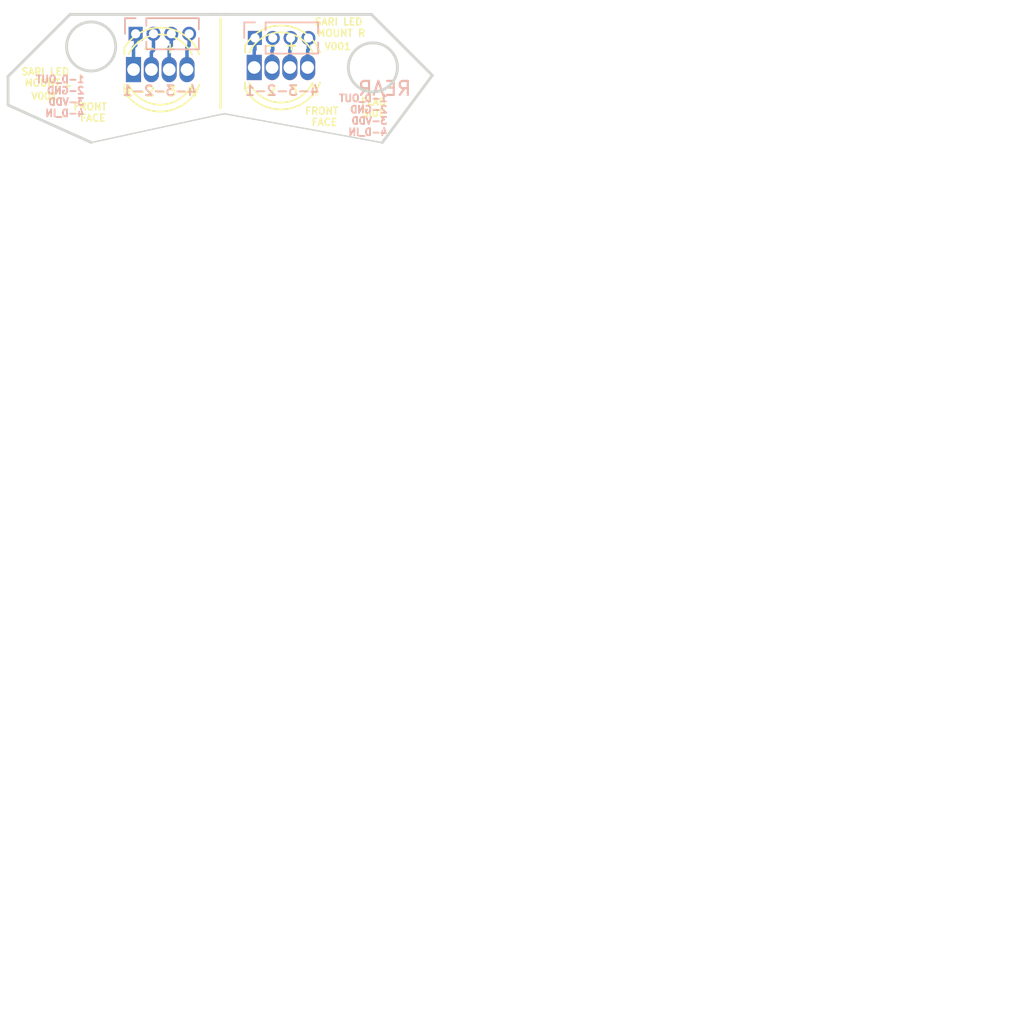
<source format=kicad_pcb>
(kicad_pcb (version 20211014) (generator pcbnew)
  (layers (0 "F.Cu" signal) (31 "B.Cu" signal) (34 "B.Paste" user) (35 "F.Paste" user) (36 "B.SilkS" user "B.Silkscreen") (37 "F.SilkS" user "F.Silkscreen") (38 "B.Mask" user) (39 "F.Mask" user) (44 "Edge.Cuts" user))
  (net 0 "")
  (net 1 "/GND_L")
  (net 2 "/VDD_L")
  (net 3 "/DATA_IN-L")
  (net 4 "/DATA_OUT-R")
  (net 5 "/GND_R")
  (net 6 "/VDD_R")
  (net 7 "/DATA_OUT-L")
  (net 8 "/DATA_IN-R")
  (footprint "LED_THT:LED_D5.0mm-4_RGB" (layer "F.Cu") (at 105.1 59.5)
    (fp_text reference "D1")
    (fp_text value "NeoPixel_THT")
    (fp_line (start -0.655 -1.545) (end -0.655 -1.08) (layer "F.SilkS") (width 0.12))
    (fp_line (start -0.655 1.08) (end -0.655 1.545) (layer "F.SilkS") (width 0.12))
    (fp_arc (start 4.159479 1.080429) (mid 1.904762 2.5) (end -0.349684 1.08) (layer "F.SilkS") (width 0.12))
    (fp_arc (start 4.692815 1.080827) (mid 2.163456 2.978808) (end -0.655 1.54483) (layer "F.SilkS") (width 0.12))
    (fp_arc (start -0.655 -1.54483) (mid 2.163456 -2.978809) (end 4.692815 -1.080827) (layer "F.SilkS") (width 0.12))
    (fp_arc (start -0.349684 -1.08) (mid 1.904762 -2.5) (end 4.159479 -1.080429) (layer "F.SilkS") (width 0.12))
    (pad "1" thru_hole rect (at 0 0) (size 1.07 1.8) (drill 0.9) (layers *.Cu *.Mask) (net 7 "/DATA_OUT-L"))
    (pad "2" thru_hole oval (at 1.27 0) (size 1.07 1.8) (drill 0.9) (layers *.Cu *.Mask) (net 1 "/GND_L"))
    (pad "3" thru_hole oval (at 2.54 0) (size 1.07 1.8) (drill 0.9) (layers *.Cu *.Mask) (net 2 "/VDD_L"))
    (pad "4" thru_hole oval (at 3.81 0) (size 1.07 1.8) (drill 0.9) (layers *.Cu *.Mask) (net 3 "/DATA_IN-L"))
  )
  (footprint "LED_THT:LED_D5.0mm-4_RGB" (layer "F.Cu") (at 113.7 59.35)
    (fp_text reference "D2")
    (fp_text value "NeoPixel_THT")
    (fp_line (start -0.655 -1.545) (end -0.655 -1.08) (layer "F.SilkS") (width 0.12))
    (fp_line (start -0.655 1.08) (end -0.655 1.545) (layer "F.SilkS") (width 0.12))
    (fp_arc (start -0.349684 -1.08) (mid 1.904762 -2.5) (end 4.159479 -1.080429) (layer "F.SilkS") (width 0.12))
    (fp_arc (start 4.159479 1.080429) (mid 1.904762 2.5) (end -0.349684 1.08) (layer "F.SilkS") (width 0.12))
    (fp_arc (start -0.655 -1.54483) (mid 2.163456 -2.978809) (end 4.692815 -1.080827) (layer "F.SilkS") (width 0.12))
    (fp_arc (start 4.692815 1.080827) (mid 2.163456 2.978808) (end -0.655 1.54483) (layer "F.SilkS") (width 0.12))
    (pad "1" thru_hole rect (at 0 0) (size 1.07 1.8) (drill 0.9) (layers *.Cu *.Mask) (net 4 "/DATA_OUT-R"))
    (pad "2" thru_hole oval (at 1.27 0) (size 1.07 1.8) (drill 0.9) (layers *.Cu *.Mask) (net 5 "/GND_R"))
    (pad "3" thru_hole oval (at 2.54 0) (size 1.07 1.8) (drill 0.9) (layers *.Cu *.Mask) (net 6 "/VDD_R"))
    (pad "4" thru_hole oval (at 3.81 0) (size 1.07 1.8) (drill 0.9) (layers *.Cu *.Mask) (net 8 "/DATA_IN-R"))
  )
  (footprint "Connector_PinHeader_1.27mm:PinHeader_1x04_P1.27mm_Vertical" (layer "B.Cu") (at 105.25 56.95 -90)
    (fp_text reference "J1")
    (fp_text value "BL OUT")
    (fp_line (start 1.11 -0.76) (end 1.11 -4.505) (layer "B.SilkS") (width 0.12))
    (fp_line (start -1.11 -0.76) (end -0.563471 -0.76) (layer "B.SilkS") (width 0.12))
    (fp_line (start -1.11 -0.76) (end -1.11 -4.505) (layer "B.SilkS") (width 0.12))
    (fp_line (start -1.11 -4.505) (end -0.30753 -4.505) (layer "B.SilkS") (width 0.12))
    (fp_line (start -1.11 0.76) (end 0 0.76) (layer "B.SilkS") (width 0.12))
    (fp_line (start 0.30753 -4.505) (end 1.11 -4.505) (layer "B.SilkS") (width 0.12))
    (fp_line (start -1.11 0) (end -1.11 0.76) (layer "B.SilkS") (width 0.12))
    (fp_line (start 0.563471 -0.76) (end 1.11 -0.76) (layer "B.SilkS") (width 0.12))
    (pad "1" thru_hole rect (at 0 0 270) (size 1 1) (drill 0.65) (layers *.Cu *.Mask) (net 7 "/DATA_OUT-L"))
    (pad "2" thru_hole oval (at 0 -1.27 270) (size 1 1) (drill 0.65) (layers *.Cu *.Mask) (net 1 "/GND_L"))
    (pad "3" thru_hole oval (at 0 -2.54 270) (size 1 1) (drill 0.65) (layers *.Cu *.Mask) (net 2 "/VDD_L"))
    (pad "4" thru_hole oval (at 0 -3.81 270) (size 1 1) (drill 0.65) (layers *.Cu *.Mask) (net 3 "/DATA_IN-L"))
  )
  (footprint "Connector_PinHeader_1.27mm:PinHeader_1x04_P1.27mm_Vertical" (layer "B.Cu") (at 113.75 57.25 -90)
    (fp_text reference "J2" hide)
    (fp_text value "BL OUT")
    (fp_line (start -1.11 0.76) (end 0 0.76) (layer "B.SilkS") (width 0.12))
    (fp_line (start -1.11 -4.505) (end -0.30753 -4.505) (layer "B.SilkS") (width 0.12))
    (fp_line (start 0.563471 -0.76) (end 1.11 -0.76) (layer "B.SilkS") (width 0.12))
    (fp_line (start 1.11 -0.76) (end 1.11 -4.505) (layer "B.SilkS") (width 0.12))
    (fp_line (start -1.11 -0.76) (end -0.563471 -0.76) (layer "B.SilkS") (width 0.12))
    (fp_line (start -1.11 0) (end -1.11 0.76) (layer "B.SilkS") (width 0.12))
    (fp_line (start 0.30753 -4.505) (end 1.11 -4.505) (layer "B.SilkS") (width 0.12))
    (fp_line (start -1.11 -0.76) (end -1.11 -4.505) (layer "B.SilkS") (width 0.12))
    (pad "1" thru_hole rect (at 0 0 270) (size 1 1) (drill 0.65) (layers *.Cu *.Mask) (net 4 "/DATA_OUT-R"))
    (pad "2" thru_hole oval (at 0 -1.27 270) (size 1 1) (drill 0.65) (layers *.Cu *.Mask) (net 5 "/GND_R"))
    (pad "3" thru_hole oval (at 0 -2.54 270) (size 1 1) (drill 0.65) (layers *.Cu *.Mask) (net 6 "/VDD_R"))
    (pad "4" thru_hole oval (at 0 -3.81 270) (size 1 1) (drill 0.65) (layers *.Cu *.Mask) (net 8 "/DATA_IN-R"))
  )
  (gr_line (start 111.3 62.23) (end 111.3 55.88) (layer "F.SilkS") (width 0.15))
  (gr_line (start 111.847483 55.568688) (end 111.597483 55.568688) (layer "Edge.Cuts") (width 0.2))
  (gr_line (start 102.1 64.7) (end 111.05 62.75) (layer "Edge.Cuts") (width 0.1))
  (gr_line (start 110.782004 55.568688) (end 111.032004 55.568688) (layer "Edge.Cuts") (width 0.2))
  (gr_line (start 111.597483 55.568688) (end 111.032004 55.568688) (layer "Edge.Cuts") (width 0.2))
  (gr_line (start 111.05 62.75) (end 111.6 62.65) (layer "Edge.Cuts") (width 0.1))
  (gr_line (start 122.821478 64.710019) (end 111.6 62.65) (layer "Edge.Cuts") (width 0.1))
  (gr_line (start 96.156244 59.987321) (end 96.156244 62.02457) (layer "Edge.Cuts") (width 0.2))
  (gr_line (start 100.574877 55.568688) (end 96.156244 59.987321) (layer "Edge.Cuts") (width 0.2))
  (gr_line (start 110.782004 55.568688) (end 100.574877 55.568688) (layer "Edge.Cuts") (width 0.2))
  (gr_line (start 126.393756 59.907834) (end 122.05461 55.568688) (layer "Edge.Cuts") (width 0.2))
  (gr_circle (center 102.076781 57.853533) (end 103.826781 57.853533) (layer "Edge.Cuts") (width 0.2) (fill none))
  (gr_line (start 122.821478 64.710019) (end 126.393756 59.907834) (layer "Edge.Cuts") (width 0.2))
  (gr_line (start 96.156244 62.02457) (end 102.1 64.7) (layer "Edge.Cuts") (width 0.2))
  (gr_line (start 122.05461 55.568688) (end 111.847483 55.568688) (layer "Edge.Cuts") (width 0.2))
  (gr_circle (center 122.158164 59.344544) (end 123.908164 59.344544) (layer "Edge.Cuts") (width 0.2) (fill none))
  (gr_text "1-D_OUT\n2-GND\n3-VDD\n4-D_IN" (at 123.25 62.75) (layer "B.SilkS") (effects (font (size 0.5 0.5) (thickness 0.125)) (justify left mirror)))
  (gr_text "4-3-2-1" (at 115.7 61) (layer "B.SilkS") (effects (font (size 0.7 0.7) (thickness 0.125)) (justify mirror)))
  (gr_text "1-D_OUT\n2-GND\n3-VDD\n4-D_IN" (at 101.65 61.4) (layer "B.SilkS") (effects (font (size 0.5 0.5) (thickness 0.125)) (justify left mirror)))
  (gr_text "REAR" (at 123 60.85) (layer "B.SilkS") (effects (font (size 1 1)) (justify mirror)))
  (gr_text "4-3-2-1" (at 106.95 61) (layer "B.SilkS") (effects (font (size 0.7 0.7) (thickness 0.125)) (justify mirror)))
  (gr_text "SARI LED \nMOUNT L" (at 99 60.05) (layer "F.SilkS") (effects (font (size 0.5 0.5) (thickness 0.1))))
  (gr_text "V001" (at 119.65 57.85) (layer "F.SilkS") (effects (font (size 0.5 0.5) (thickness 0.1))))
  (gr_text "V001" (at 98.75 61.4) (layer "F.SilkS") (effects (font (size 0.5 0.5) (thickness 0.1))))
  (gr_text "1-2-3-4" (at 107.05 61.05) (layer "F.SilkS") (effects (font (size 0.7 0.7) (thickness 0.125))))
  (gr_text "1-2-3-4" (at 115.7 61) (layer "F.SilkS") (effects (font (size 0.7 0.7) (thickness 0.125))))
  (gr_text "SARI LED \nMOUNT R" (at 119.9 56.5) (layer "F.SilkS") (effects (font (size 0.5 0.5) (thickness 0.1))))
  (gr_text "FLAG\nSIDE" (at 122.2 62.2) (layer "F.SilkS") (effects (font (size 0.5 0.5) (thickness 0.1))))
  (gr_text "FRONT \nFACE" (at 102.2 62.55) (layer "F.SilkS") (effects (font (size 0.5 0.5) (thickness 0.1))))
  (gr_text "FRONT \nFACE" (at 118.7 62.85) (layer "F.SilkS") (effects (font (size 0.5 0.5) (thickness 0.1))))
  (gr_text "- +" (at 106.95 57.95) (layer "F.SilkS") (effects (font (size 0.75 0.75) (thickness 0.125))))
  (gr_text "- +" (at 115.6 57.75) (layer "F.SilkS") (effects (font (size 0.75 0.75) (thickness 0.125))))
  (segment (start 106.37 58.2747) (end 106.52 58.1247) (width 0.25) (layer "B.Cu") (net 1))
  (segment (start 106.52 58.1247) (end 106.52 56.95) (width 0.25) (layer "B.Cu") (net 1))
  (segment (start 106.37 59.5) (end 106.37 58.2747) (width 0.25) (layer "B.Cu") (net 1))
  (segment (start 107.79 56.95) (end 107.79 57.7753) (width 0.25) (layer "B.Cu") (net 2))
  (segment (start 107.64 57.9253) (end 107.64 59.5) (width 0.25) (layer "B.Cu") (net 2))
  (segment (start 107.79 57.7753) (end 107.64 57.9253) (width 0.25) (layer "B.Cu") (net 2))
  (segment (start 109.06 57.7753) (end 108.91 57.9253) (width 0.25) (layer "B.Cu") (net 3))
  (segment (start 109.06 56.95) (end 109.06 57.7753) (width 0.25) (layer "B.Cu") (net 3))
  (segment (start 108.91 57.9253) (end 108.91 59.5) (width 0.25) (layer "B.Cu") (net 3))
  (segment (start 113.75 58.0753) (end 113.75 57.25) (width 0.25) (layer "B.Cu") (net 4))
  (segment (start 113.7 58.1247) (end 113.701 58.1247) (width 0.25) (layer "B.Cu") (net 4))
  (segment (start 113.701 58.1247) (end 113.75 58.0753) (width 0.25) (layer "B.Cu") (net 4))
  (segment (start 113.7 59.35) (end 113.7 58.1247) (width 0.25) (layer "B.Cu") (net 4))
  (segment (start 115.02 58.0753) (end 115.019 58.0753) (width 0.25) (layer "B.Cu") (net 5))
  (segment (start 114.97 58.1247) (end 114.97 59.35) (width 0.25) (layer "B.Cu") (net 5))
  (segment (start 115.02 57.25) (end 115.02 58.0753) (width 0.25) (layer "B.Cu") (net 5))
  (segment (start 115.019 58.0753) (end 114.97 58.1247) (width 0.25) (layer "B.Cu") (net 5))
  (segment (start 116.24 58.1247) (end 116.241 58.1247) (width 0.25) (layer "B.Cu") (net 6))
  (segment (start 116.24 59.35) (end 116.24 58.1247) (width 0.25) (layer "B.Cu") (net 6))
  (segment (start 116.241 58.1247) (end 116.29 58.0753) (width 0.25) (layer "B.Cu") (net 6))
  (segment (start 116.29 58.0753) (end 116.29 57.25) (width 0.25) (layer "B.Cu") (net 6))
  (segment (start 105.25 57.7753) (end 105.1 57.9253) (width 0.25) (layer "B.Cu") (net 7))
  (segment (start 105.1 57.9253) (end 105.1 59.5) (width 0.25) (layer "B.Cu") (net 7))
  (segment (start 105.25 56.95) (end 105.25 57.7753) (width 0.25) (layer "B.Cu") (net 7))
  (segment (start 117.56 58.0753) (end 117.5106 58.1247) (width 0.25) (layer "B.Cu") (net 8))
  (segment (start 117.5106 58.1247) (end 117.51 58.1247) (width 0.25) (layer "B.Cu") (net 8))
  (segment (start 117.56 57.25) (end 117.56 58.0753) (width 0.25) (layer "B.Cu") (net 8))
  (segment (start 117.51 59.35) (end 117.51 58.1247) (width 0.25) (layer "B.Cu") (net 8))
)
</source>
